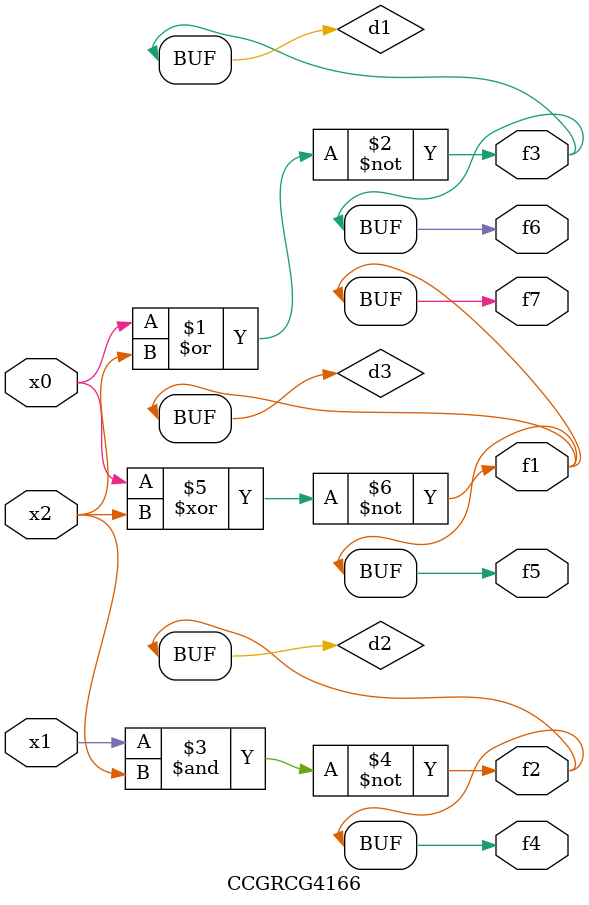
<source format=v>
module CCGRCG4166(
	input x0, x1, x2,
	output f1, f2, f3, f4, f5, f6, f7
);

	wire d1, d2, d3;

	nor (d1, x0, x2);
	nand (d2, x1, x2);
	xnor (d3, x0, x2);
	assign f1 = d3;
	assign f2 = d2;
	assign f3 = d1;
	assign f4 = d2;
	assign f5 = d3;
	assign f6 = d1;
	assign f7 = d3;
endmodule

</source>
